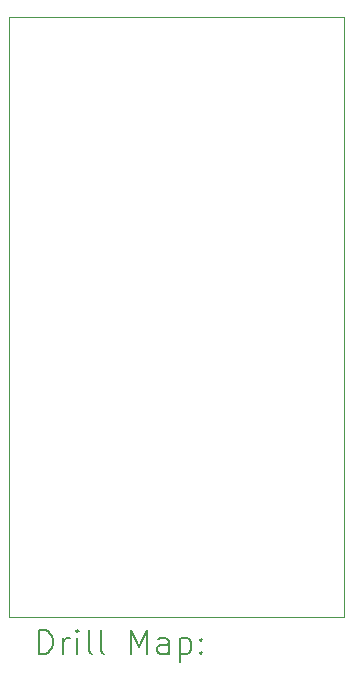
<source format=gbr>
%TF.GenerationSoftware,KiCad,Pcbnew,8.0.6-8.0.6-0~ubuntu24.04.1*%
%TF.CreationDate,2024-10-21T11:40:31+11:00*%
%TF.ProjectId,PCB-Receiver,5043422d-5265-4636-9569-7665722e6b69,rev?*%
%TF.SameCoordinates,Original*%
%TF.FileFunction,Drillmap*%
%TF.FilePolarity,Positive*%
%FSLAX45Y45*%
G04 Gerber Fmt 4.5, Leading zero omitted, Abs format (unit mm)*
G04 Created by KiCad (PCBNEW 8.0.6-8.0.6-0~ubuntu24.04.1) date 2024-10-21 11:40:31*
%MOMM*%
%LPD*%
G01*
G04 APERTURE LIST*
%ADD10C,0.050000*%
%ADD11C,0.200000*%
G04 APERTURE END LIST*
D10*
X7200000Y-2900000D02*
X10040000Y-2900000D01*
X10040000Y-7980000D01*
X7200000Y-7980000D01*
X7200000Y-2900000D01*
D11*
X7458277Y-8293984D02*
X7458277Y-8093984D01*
X7458277Y-8093984D02*
X7505896Y-8093984D01*
X7505896Y-8093984D02*
X7534467Y-8103508D01*
X7534467Y-8103508D02*
X7553515Y-8122555D01*
X7553515Y-8122555D02*
X7563039Y-8141603D01*
X7563039Y-8141603D02*
X7572562Y-8179698D01*
X7572562Y-8179698D02*
X7572562Y-8208269D01*
X7572562Y-8208269D02*
X7563039Y-8246365D01*
X7563039Y-8246365D02*
X7553515Y-8265412D01*
X7553515Y-8265412D02*
X7534467Y-8284460D01*
X7534467Y-8284460D02*
X7505896Y-8293984D01*
X7505896Y-8293984D02*
X7458277Y-8293984D01*
X7658277Y-8293984D02*
X7658277Y-8160650D01*
X7658277Y-8198746D02*
X7667801Y-8179698D01*
X7667801Y-8179698D02*
X7677324Y-8170174D01*
X7677324Y-8170174D02*
X7696372Y-8160650D01*
X7696372Y-8160650D02*
X7715420Y-8160650D01*
X7782086Y-8293984D02*
X7782086Y-8160650D01*
X7782086Y-8093984D02*
X7772562Y-8103508D01*
X7772562Y-8103508D02*
X7782086Y-8113031D01*
X7782086Y-8113031D02*
X7791610Y-8103508D01*
X7791610Y-8103508D02*
X7782086Y-8093984D01*
X7782086Y-8093984D02*
X7782086Y-8113031D01*
X7905896Y-8293984D02*
X7886848Y-8284460D01*
X7886848Y-8284460D02*
X7877324Y-8265412D01*
X7877324Y-8265412D02*
X7877324Y-8093984D01*
X8010658Y-8293984D02*
X7991610Y-8284460D01*
X7991610Y-8284460D02*
X7982086Y-8265412D01*
X7982086Y-8265412D02*
X7982086Y-8093984D01*
X8239229Y-8293984D02*
X8239229Y-8093984D01*
X8239229Y-8093984D02*
X8305896Y-8236841D01*
X8305896Y-8236841D02*
X8372562Y-8093984D01*
X8372562Y-8093984D02*
X8372562Y-8293984D01*
X8553515Y-8293984D02*
X8553515Y-8189222D01*
X8553515Y-8189222D02*
X8543991Y-8170174D01*
X8543991Y-8170174D02*
X8524944Y-8160650D01*
X8524944Y-8160650D02*
X8486848Y-8160650D01*
X8486848Y-8160650D02*
X8467801Y-8170174D01*
X8553515Y-8284460D02*
X8534467Y-8293984D01*
X8534467Y-8293984D02*
X8486848Y-8293984D01*
X8486848Y-8293984D02*
X8467801Y-8284460D01*
X8467801Y-8284460D02*
X8458277Y-8265412D01*
X8458277Y-8265412D02*
X8458277Y-8246365D01*
X8458277Y-8246365D02*
X8467801Y-8227317D01*
X8467801Y-8227317D02*
X8486848Y-8217793D01*
X8486848Y-8217793D02*
X8534467Y-8217793D01*
X8534467Y-8217793D02*
X8553515Y-8208269D01*
X8648753Y-8160650D02*
X8648753Y-8360650D01*
X8648753Y-8170174D02*
X8667801Y-8160650D01*
X8667801Y-8160650D02*
X8705896Y-8160650D01*
X8705896Y-8160650D02*
X8724944Y-8170174D01*
X8724944Y-8170174D02*
X8734467Y-8179698D01*
X8734467Y-8179698D02*
X8743991Y-8198746D01*
X8743991Y-8198746D02*
X8743991Y-8255888D01*
X8743991Y-8255888D02*
X8734467Y-8274936D01*
X8734467Y-8274936D02*
X8724944Y-8284460D01*
X8724944Y-8284460D02*
X8705896Y-8293984D01*
X8705896Y-8293984D02*
X8667801Y-8293984D01*
X8667801Y-8293984D02*
X8648753Y-8284460D01*
X8829705Y-8274936D02*
X8839229Y-8284460D01*
X8839229Y-8284460D02*
X8829705Y-8293984D01*
X8829705Y-8293984D02*
X8820182Y-8284460D01*
X8820182Y-8284460D02*
X8829705Y-8274936D01*
X8829705Y-8274936D02*
X8829705Y-8293984D01*
X8829705Y-8170174D02*
X8839229Y-8179698D01*
X8839229Y-8179698D02*
X8829705Y-8189222D01*
X8829705Y-8189222D02*
X8820182Y-8179698D01*
X8820182Y-8179698D02*
X8829705Y-8170174D01*
X8829705Y-8170174D02*
X8829705Y-8189222D01*
M02*

</source>
